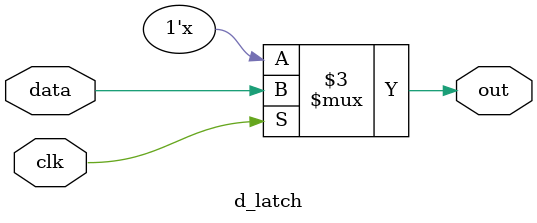
<source format=v>

 module d_latch(data,clk,out);
	input data, clk; 
	output out;
	reg out;
	always @ ( clk or data ) begin
		if (clk == 1) begin
		out <= data;
		end
	end
endmodule
</source>
